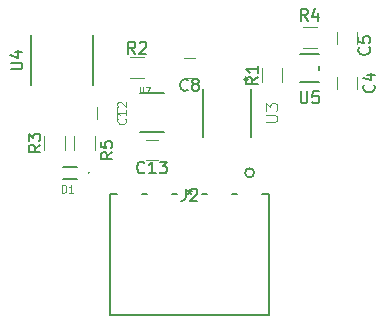
<source format=gbr>
G04 #@! TF.GenerationSoftware,KiCad,Pcbnew,(5.0.2)-1*
G04 #@! TF.CreationDate,2019-08-29T18:06:14-04:00*
G04 #@! TF.ProjectId,IGEM_Device,4947454d-5f44-4657-9669-63652e6b6963,rev?*
G04 #@! TF.SameCoordinates,Original*
G04 #@! TF.FileFunction,Legend,Top*
G04 #@! TF.FilePolarity,Positive*
%FSLAX46Y46*%
G04 Gerber Fmt 4.6, Leading zero omitted, Abs format (unit mm)*
G04 Created by KiCad (PCBNEW (5.0.2)-1) date 2019-08-29 6:06:14 PM*
%MOMM*%
%LPD*%
G01*
G04 APERTURE LIST*
%ADD10C,0.120000*%
%ADD11C,0.127000*%
%ADD12C,0.200000*%
%ADD13C,0.152400*%
%ADD14C,0.240000*%
%ADD15C,0.150000*%
%ADD16C,0.050000*%
%ADD17C,0.100000*%
G04 APERTURE END LIST*
D10*
G04 #@! TO.C,C13*
X154805000Y-92495000D02*
X153805000Y-92495000D01*
X153805000Y-94195000D02*
X154805000Y-94195000D01*
D11*
G04 #@! TO.C,D1*
X147920000Y-95765000D02*
X146720000Y-95765000D01*
D12*
X148970000Y-95250000D02*
G75*
G03X148970000Y-95250000I-50000J0D01*
G01*
D11*
X146720000Y-94735000D02*
X147920000Y-94735000D01*
D13*
G04 #@! TO.C,U7*
X155308300Y-88519000D02*
X153301700Y-88519000D01*
X153301700Y-91821000D02*
X155308300Y-91821000D01*
D10*
G04 #@! TO.C,R1*
X165345000Y-86395000D02*
X165345000Y-87595000D01*
X163585000Y-87595000D02*
X163585000Y-86395000D01*
G04 #@! TO.C,R2*
X152435000Y-85480000D02*
X153635000Y-85480000D01*
X153635000Y-87240000D02*
X152435000Y-87240000D01*
D13*
G04 #@! TO.C,J2*
X164211000Y-97028000D02*
X163647348Y-97028000D01*
X150749000Y-97028000D02*
X150749000Y-107315000D01*
X150749000Y-107315000D02*
X164211000Y-107315000D01*
X164211000Y-107315000D02*
X164211000Y-97028000D01*
X161472652Y-97028000D02*
X161107348Y-97028000D01*
X158932652Y-97028000D02*
X158567348Y-97028000D01*
X156392652Y-97028000D02*
X156027348Y-97028000D01*
X153852652Y-97028000D02*
X153487348Y-97028000D01*
X151312652Y-97028000D02*
X150749000Y-97028000D01*
X162941000Y-95250000D02*
G75*
G03X162941000Y-95250000I-381000J0D01*
G01*
G04 #@! TO.C,U4*
X149313900Y-87845900D02*
X149313900Y-83604100D01*
X144056100Y-83604100D02*
X144056100Y-87845900D01*
D11*
G04 #@! TO.C,U3*
X162705000Y-88120000D02*
X162705000Y-92220000D01*
X158605000Y-92220000D02*
X158605000Y-88120000D01*
D14*
X162375000Y-87320000D02*
G75*
G03X162375000Y-87320000I-120000J0D01*
G01*
D13*
G04 #@! TO.C,U5*
X166814500Y-87566500D02*
X168465500Y-87566500D01*
X168465500Y-86499459D02*
X168465500Y-86220541D01*
X168465500Y-85153500D02*
X166814500Y-85153500D01*
D10*
G04 #@! TO.C,C4*
X169965000Y-87130000D02*
X169965000Y-88130000D01*
X171665000Y-88130000D02*
X171665000Y-87130000D01*
G04 #@! TO.C,C5*
X169965000Y-83320000D02*
X169965000Y-84320000D01*
X171665000Y-84320000D02*
X171665000Y-83320000D01*
G04 #@! TO.C,C12*
X151345000Y-90670000D02*
X151345000Y-89670000D01*
X149645000Y-89670000D02*
X149645000Y-90670000D01*
G04 #@! TO.C,R3*
X145170000Y-93310000D02*
X145170000Y-92110000D01*
X146930000Y-92110000D02*
X146930000Y-93310000D01*
G04 #@! TO.C,R4*
X168240000Y-84700000D02*
X167040000Y-84700000D01*
X167040000Y-82940000D02*
X168240000Y-82940000D01*
G04 #@! TO.C,R5*
X149470000Y-92110000D02*
X149470000Y-93310000D01*
X147710000Y-93310000D02*
X147710000Y-92110000D01*
G04 #@! TO.C,C8*
X156980000Y-87210000D02*
X157980000Y-87210000D01*
X157980000Y-85510000D02*
X156980000Y-85510000D01*
G04 #@! TO.C,C13*
D15*
X153662142Y-95202142D02*
X153614523Y-95249761D01*
X153471666Y-95297380D01*
X153376428Y-95297380D01*
X153233571Y-95249761D01*
X153138333Y-95154523D01*
X153090714Y-95059285D01*
X153043095Y-94868809D01*
X153043095Y-94725952D01*
X153090714Y-94535476D01*
X153138333Y-94440238D01*
X153233571Y-94345000D01*
X153376428Y-94297380D01*
X153471666Y-94297380D01*
X153614523Y-94345000D01*
X153662142Y-94392619D01*
X154614523Y-95297380D02*
X154043095Y-95297380D01*
X154328809Y-95297380D02*
X154328809Y-94297380D01*
X154233571Y-94440238D01*
X154138333Y-94535476D01*
X154043095Y-94583095D01*
X154947857Y-94297380D02*
X155566904Y-94297380D01*
X155233571Y-94678333D01*
X155376428Y-94678333D01*
X155471666Y-94725952D01*
X155519285Y-94773571D01*
X155566904Y-94868809D01*
X155566904Y-95106904D01*
X155519285Y-95202142D01*
X155471666Y-95249761D01*
X155376428Y-95297380D01*
X155090714Y-95297380D01*
X154995476Y-95249761D01*
X154947857Y-95202142D01*
G04 #@! TO.C,D1*
D16*
X146669069Y-96927523D02*
X146669069Y-96287523D01*
X146821450Y-96287523D01*
X146912878Y-96318000D01*
X146973830Y-96378952D01*
X147004307Y-96439904D01*
X147034783Y-96561809D01*
X147034783Y-96653238D01*
X147004307Y-96775142D01*
X146973830Y-96836095D01*
X146912878Y-96897047D01*
X146821450Y-96927523D01*
X146669069Y-96927523D01*
X147644307Y-96927523D02*
X147278592Y-96927523D01*
X147461450Y-96927523D02*
X147461450Y-96287523D01*
X147400497Y-96378952D01*
X147339545Y-96439904D01*
X147278592Y-96470380D01*
G04 #@! TO.C,U7*
D17*
X153289047Y-87991190D02*
X153289047Y-88395952D01*
X153312857Y-88443571D01*
X153336666Y-88467380D01*
X153384285Y-88491190D01*
X153479523Y-88491190D01*
X153527142Y-88467380D01*
X153550952Y-88443571D01*
X153574761Y-88395952D01*
X153574761Y-87991190D01*
X153765238Y-87991190D02*
X154098571Y-87991190D01*
X153884285Y-88491190D01*
G04 #@! TO.C,R1*
D15*
X163267380Y-87161666D02*
X162791190Y-87495000D01*
X163267380Y-87733095D02*
X162267380Y-87733095D01*
X162267380Y-87352142D01*
X162315000Y-87256904D01*
X162362619Y-87209285D01*
X162457857Y-87161666D01*
X162600714Y-87161666D01*
X162695952Y-87209285D01*
X162743571Y-87256904D01*
X162791190Y-87352142D01*
X162791190Y-87733095D01*
X163267380Y-86209285D02*
X163267380Y-86780714D01*
X163267380Y-86495000D02*
X162267380Y-86495000D01*
X162410238Y-86590238D01*
X162505476Y-86685476D01*
X162553095Y-86780714D01*
G04 #@! TO.C,R2*
X152868333Y-85162380D02*
X152535000Y-84686190D01*
X152296904Y-85162380D02*
X152296904Y-84162380D01*
X152677857Y-84162380D01*
X152773095Y-84210000D01*
X152820714Y-84257619D01*
X152868333Y-84352857D01*
X152868333Y-84495714D01*
X152820714Y-84590952D01*
X152773095Y-84638571D01*
X152677857Y-84686190D01*
X152296904Y-84686190D01*
X153249285Y-84257619D02*
X153296904Y-84210000D01*
X153392142Y-84162380D01*
X153630238Y-84162380D01*
X153725476Y-84210000D01*
X153773095Y-84257619D01*
X153820714Y-84352857D01*
X153820714Y-84448095D01*
X153773095Y-84590952D01*
X153201666Y-85162380D01*
X153820714Y-85162380D01*
G04 #@! TO.C,J2*
X157146666Y-96607380D02*
X157146666Y-97321666D01*
X157099047Y-97464523D01*
X157003809Y-97559761D01*
X156860952Y-97607380D01*
X156765714Y-97607380D01*
X157575238Y-96702619D02*
X157622857Y-96655000D01*
X157718095Y-96607380D01*
X157956190Y-96607380D01*
X158051428Y-96655000D01*
X158099047Y-96702619D01*
X158146666Y-96797857D01*
X158146666Y-96893095D01*
X158099047Y-97035952D01*
X157527619Y-97607380D01*
X158146666Y-97607380D01*
X157480000Y-96607380D02*
X157480000Y-96845476D01*
X157241904Y-96750238D02*
X157480000Y-96845476D01*
X157718095Y-96750238D01*
X157337142Y-97035952D02*
X157480000Y-96845476D01*
X157622857Y-97035952D01*
G04 #@! TO.C,U4*
X142327380Y-86486904D02*
X143136904Y-86486904D01*
X143232142Y-86439285D01*
X143279761Y-86391666D01*
X143327380Y-86296428D01*
X143327380Y-86105952D01*
X143279761Y-86010714D01*
X143232142Y-85963095D01*
X143136904Y-85915476D01*
X142327380Y-85915476D01*
X142660714Y-85010714D02*
X143327380Y-85010714D01*
X142279761Y-85248809D02*
X142994047Y-85486904D01*
X142994047Y-84867857D01*
G04 #@! TO.C,U3*
D17*
X163917090Y-90932308D02*
X164727043Y-90932308D01*
X164822332Y-90884664D01*
X164869976Y-90837020D01*
X164917620Y-90741731D01*
X164917620Y-90551154D01*
X164869976Y-90455865D01*
X164822332Y-90408221D01*
X164727043Y-90360577D01*
X163917090Y-90360577D01*
X163917090Y-89979422D02*
X163917090Y-89360047D01*
X164298245Y-89693557D01*
X164298245Y-89550624D01*
X164345889Y-89455335D01*
X164393533Y-89407691D01*
X164488822Y-89360047D01*
X164727043Y-89360047D01*
X164822332Y-89407691D01*
X164869976Y-89455335D01*
X164917620Y-89550624D01*
X164917620Y-89836490D01*
X164869976Y-89931778D01*
X164822332Y-89979422D01*
G04 #@! TO.C,U5*
D15*
X166878095Y-88352380D02*
X166878095Y-89161904D01*
X166925714Y-89257142D01*
X166973333Y-89304761D01*
X167068571Y-89352380D01*
X167259047Y-89352380D01*
X167354285Y-89304761D01*
X167401904Y-89257142D01*
X167449523Y-89161904D01*
X167449523Y-88352380D01*
X168401904Y-88352380D02*
X167925714Y-88352380D01*
X167878095Y-88828571D01*
X167925714Y-88780952D01*
X168020952Y-88733333D01*
X168259047Y-88733333D01*
X168354285Y-88780952D01*
X168401904Y-88828571D01*
X168449523Y-88923809D01*
X168449523Y-89161904D01*
X168401904Y-89257142D01*
X168354285Y-89304761D01*
X168259047Y-89352380D01*
X168020952Y-89352380D01*
X167925714Y-89304761D01*
X167878095Y-89257142D01*
G04 #@! TO.C,C4*
X173077142Y-87796666D02*
X173124761Y-87844285D01*
X173172380Y-87987142D01*
X173172380Y-88082380D01*
X173124761Y-88225238D01*
X173029523Y-88320476D01*
X172934285Y-88368095D01*
X172743809Y-88415714D01*
X172600952Y-88415714D01*
X172410476Y-88368095D01*
X172315238Y-88320476D01*
X172220000Y-88225238D01*
X172172380Y-88082380D01*
X172172380Y-87987142D01*
X172220000Y-87844285D01*
X172267619Y-87796666D01*
X172505714Y-86939523D02*
X173172380Y-86939523D01*
X172124761Y-87177619D02*
X172839047Y-87415714D01*
X172839047Y-86796666D01*
G04 #@! TO.C,C5*
X172672142Y-84621666D02*
X172719761Y-84669285D01*
X172767380Y-84812142D01*
X172767380Y-84907380D01*
X172719761Y-85050238D01*
X172624523Y-85145476D01*
X172529285Y-85193095D01*
X172338809Y-85240714D01*
X172195952Y-85240714D01*
X172005476Y-85193095D01*
X171910238Y-85145476D01*
X171815000Y-85050238D01*
X171767380Y-84907380D01*
X171767380Y-84812142D01*
X171815000Y-84669285D01*
X171862619Y-84621666D01*
X171767380Y-83716904D02*
X171767380Y-84193095D01*
X172243571Y-84240714D01*
X172195952Y-84193095D01*
X172148333Y-84097857D01*
X172148333Y-83859761D01*
X172195952Y-83764523D01*
X172243571Y-83716904D01*
X172338809Y-83669285D01*
X172576904Y-83669285D01*
X172672142Y-83716904D01*
X172719761Y-83764523D01*
X172767380Y-83859761D01*
X172767380Y-84097857D01*
X172719761Y-84193095D01*
X172672142Y-84240714D01*
G04 #@! TO.C,C12*
D17*
X152032857Y-90652142D02*
X152068571Y-90687857D01*
X152104285Y-90795000D01*
X152104285Y-90866428D01*
X152068571Y-90973571D01*
X151997142Y-91045000D01*
X151925714Y-91080714D01*
X151782857Y-91116428D01*
X151675714Y-91116428D01*
X151532857Y-91080714D01*
X151461428Y-91045000D01*
X151390000Y-90973571D01*
X151354285Y-90866428D01*
X151354285Y-90795000D01*
X151390000Y-90687857D01*
X151425714Y-90652142D01*
X152104285Y-89937857D02*
X152104285Y-90366428D01*
X152104285Y-90152142D02*
X151354285Y-90152142D01*
X151461428Y-90223571D01*
X151532857Y-90295000D01*
X151568571Y-90366428D01*
X151425714Y-89652142D02*
X151390000Y-89616428D01*
X151354285Y-89545000D01*
X151354285Y-89366428D01*
X151390000Y-89295000D01*
X151425714Y-89259285D01*
X151497142Y-89223571D01*
X151568571Y-89223571D01*
X151675714Y-89259285D01*
X152104285Y-89687857D01*
X152104285Y-89223571D01*
G04 #@! TO.C,R3*
D15*
X144852380Y-92876666D02*
X144376190Y-93210000D01*
X144852380Y-93448095D02*
X143852380Y-93448095D01*
X143852380Y-93067142D01*
X143900000Y-92971904D01*
X143947619Y-92924285D01*
X144042857Y-92876666D01*
X144185714Y-92876666D01*
X144280952Y-92924285D01*
X144328571Y-92971904D01*
X144376190Y-93067142D01*
X144376190Y-93448095D01*
X143852380Y-92543333D02*
X143852380Y-91924285D01*
X144233333Y-92257619D01*
X144233333Y-92114761D01*
X144280952Y-92019523D01*
X144328571Y-91971904D01*
X144423809Y-91924285D01*
X144661904Y-91924285D01*
X144757142Y-91971904D01*
X144804761Y-92019523D01*
X144852380Y-92114761D01*
X144852380Y-92400476D01*
X144804761Y-92495714D01*
X144757142Y-92543333D01*
G04 #@! TO.C,R4*
X167473333Y-82367380D02*
X167140000Y-81891190D01*
X166901904Y-82367380D02*
X166901904Y-81367380D01*
X167282857Y-81367380D01*
X167378095Y-81415000D01*
X167425714Y-81462619D01*
X167473333Y-81557857D01*
X167473333Y-81700714D01*
X167425714Y-81795952D01*
X167378095Y-81843571D01*
X167282857Y-81891190D01*
X166901904Y-81891190D01*
X168330476Y-81700714D02*
X168330476Y-82367380D01*
X168092380Y-81319761D02*
X167854285Y-82034047D01*
X168473333Y-82034047D01*
G04 #@! TO.C,R5*
X150947380Y-93511666D02*
X150471190Y-93845000D01*
X150947380Y-94083095D02*
X149947380Y-94083095D01*
X149947380Y-93702142D01*
X149995000Y-93606904D01*
X150042619Y-93559285D01*
X150137857Y-93511666D01*
X150280714Y-93511666D01*
X150375952Y-93559285D01*
X150423571Y-93606904D01*
X150471190Y-93702142D01*
X150471190Y-94083095D01*
X149947380Y-92606904D02*
X149947380Y-93083095D01*
X150423571Y-93130714D01*
X150375952Y-93083095D01*
X150328333Y-92987857D01*
X150328333Y-92749761D01*
X150375952Y-92654523D01*
X150423571Y-92606904D01*
X150518809Y-92559285D01*
X150756904Y-92559285D01*
X150852142Y-92606904D01*
X150899761Y-92654523D01*
X150947380Y-92749761D01*
X150947380Y-92987857D01*
X150899761Y-93083095D01*
X150852142Y-93130714D01*
G04 #@! TO.C,C8*
X157313333Y-88217142D02*
X157265714Y-88264761D01*
X157122857Y-88312380D01*
X157027619Y-88312380D01*
X156884761Y-88264761D01*
X156789523Y-88169523D01*
X156741904Y-88074285D01*
X156694285Y-87883809D01*
X156694285Y-87740952D01*
X156741904Y-87550476D01*
X156789523Y-87455238D01*
X156884761Y-87360000D01*
X157027619Y-87312380D01*
X157122857Y-87312380D01*
X157265714Y-87360000D01*
X157313333Y-87407619D01*
X157884761Y-87740952D02*
X157789523Y-87693333D01*
X157741904Y-87645714D01*
X157694285Y-87550476D01*
X157694285Y-87502857D01*
X157741904Y-87407619D01*
X157789523Y-87360000D01*
X157884761Y-87312380D01*
X158075238Y-87312380D01*
X158170476Y-87360000D01*
X158218095Y-87407619D01*
X158265714Y-87502857D01*
X158265714Y-87550476D01*
X158218095Y-87645714D01*
X158170476Y-87693333D01*
X158075238Y-87740952D01*
X157884761Y-87740952D01*
X157789523Y-87788571D01*
X157741904Y-87836190D01*
X157694285Y-87931428D01*
X157694285Y-88121904D01*
X157741904Y-88217142D01*
X157789523Y-88264761D01*
X157884761Y-88312380D01*
X158075238Y-88312380D01*
X158170476Y-88264761D01*
X158218095Y-88217142D01*
X158265714Y-88121904D01*
X158265714Y-87931428D01*
X158218095Y-87836190D01*
X158170476Y-87788571D01*
X158075238Y-87740952D01*
G04 #@! TD*
M02*

</source>
